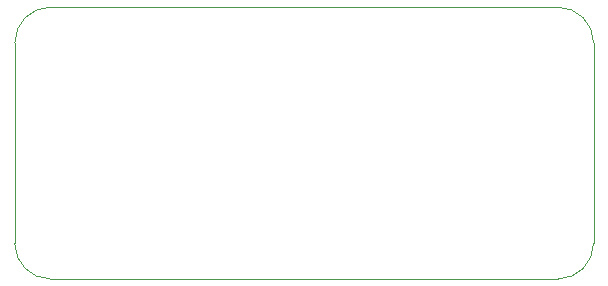
<source format=gbr>
%TF.GenerationSoftware,KiCad,Pcbnew,9.0.2*%
%TF.CreationDate,2025-08-06T07:46:06+01:00*%
%TF.ProjectId,smartpoopbucket,736d6172-7470-46f6-9f70-6275636b6574,rev?*%
%TF.SameCoordinates,Original*%
%TF.FileFunction,Profile,NP*%
%FSLAX46Y46*%
G04 Gerber Fmt 4.6, Leading zero omitted, Abs format (unit mm)*
G04 Created by KiCad (PCBNEW 9.0.2) date 2025-08-06 07:46:06*
%MOMM*%
%LPD*%
G01*
G04 APERTURE LIST*
%TA.AperFunction,Profile*%
%ADD10C,0.050000*%
%TD*%
G04 APERTURE END LIST*
D10*
X78000000Y-22000000D02*
X35000000Y-22000000D01*
X81000000Y-42000000D02*
X81000000Y-25000000D01*
X35000000Y-45000000D02*
X78000000Y-45000000D01*
X32000000Y-25000000D02*
X32000000Y-42000000D01*
X35000000Y-45000000D02*
G75*
G02*
X32000000Y-42000000I0J3000000D01*
G01*
X32000000Y-25000000D02*
G75*
G02*
X35000000Y-22000000I3000000J0D01*
G01*
X78000000Y-22000000D02*
G75*
G02*
X81000000Y-25000000I0J-3000000D01*
G01*
X81000000Y-42000000D02*
G75*
G02*
X78000000Y-45000000I-3000000J0D01*
G01*
M02*

</source>
